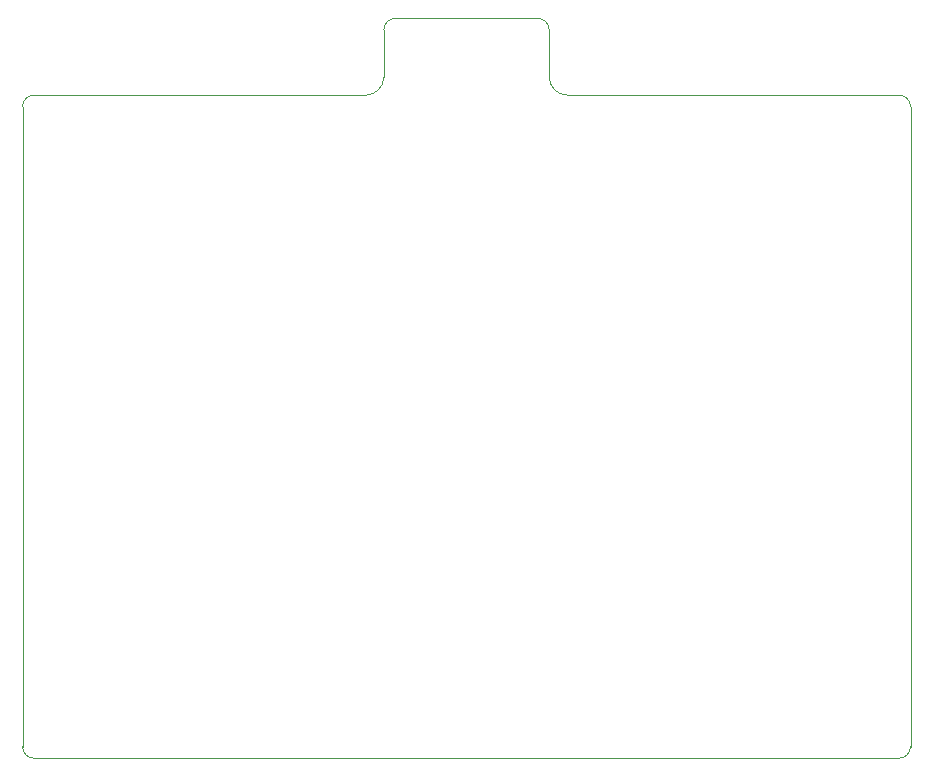
<source format=gbr>
%TF.GenerationSoftware,KiCad,Pcbnew,(5.1.9)-1*%
%TF.CreationDate,2021-01-04T22:22:52+01:00*%
%TF.ProjectId,twelvekey,7477656c-7665-46b6-9579-2e6b69636164,rev?*%
%TF.SameCoordinates,Original*%
%TF.FileFunction,Profile,NP*%
%FSLAX46Y46*%
G04 Gerber Fmt 4.6, Leading zero omitted, Abs format (unit mm)*
G04 Created by KiCad (PCBNEW (5.1.9)-1) date 2021-01-04 22:22:52*
%MOMM*%
%LPD*%
G01*
G04 APERTURE LIST*
%TA.AperFunction,Profile*%
%ADD10C,0.050000*%
%TD*%
G04 APERTURE END LIST*
D10*
X87782400Y-46507400D02*
G75*
G02*
X88747600Y-45542200I965200J0D01*
G01*
X88747600Y-101676200D02*
G75*
G02*
X87782400Y-100711000I0J965200D01*
G01*
X162966400Y-100711000D02*
G75*
G02*
X162001200Y-101676200I-965200J0D01*
G01*
X162001200Y-45542200D02*
G75*
G02*
X162966400Y-46507400I0J-965200D01*
G01*
X131406900Y-39039800D02*
G75*
G02*
X132372100Y-40005000I0J-965200D01*
G01*
X118376700Y-40005000D02*
G75*
G02*
X119341900Y-39039800I965200J0D01*
G01*
X133921500Y-45542200D02*
G75*
G02*
X132372100Y-43992800I0J1549400D01*
G01*
X118376700Y-43992800D02*
G75*
G02*
X116827300Y-45542200I-1549400J0D01*
G01*
X87782400Y-100711000D02*
X87782400Y-46507400D01*
X162001200Y-101676200D02*
X88747600Y-101676200D01*
X162966400Y-46507400D02*
X162966400Y-100711000D01*
X133921500Y-45542200D02*
X162001200Y-45542200D01*
X132372100Y-40005000D02*
X132372100Y-43992800D01*
X119341900Y-39039800D02*
X131406900Y-39039800D01*
X118376700Y-43992800D02*
X118376700Y-40005000D01*
X88747600Y-45542200D02*
X116827300Y-45542200D01*
M02*

</source>
